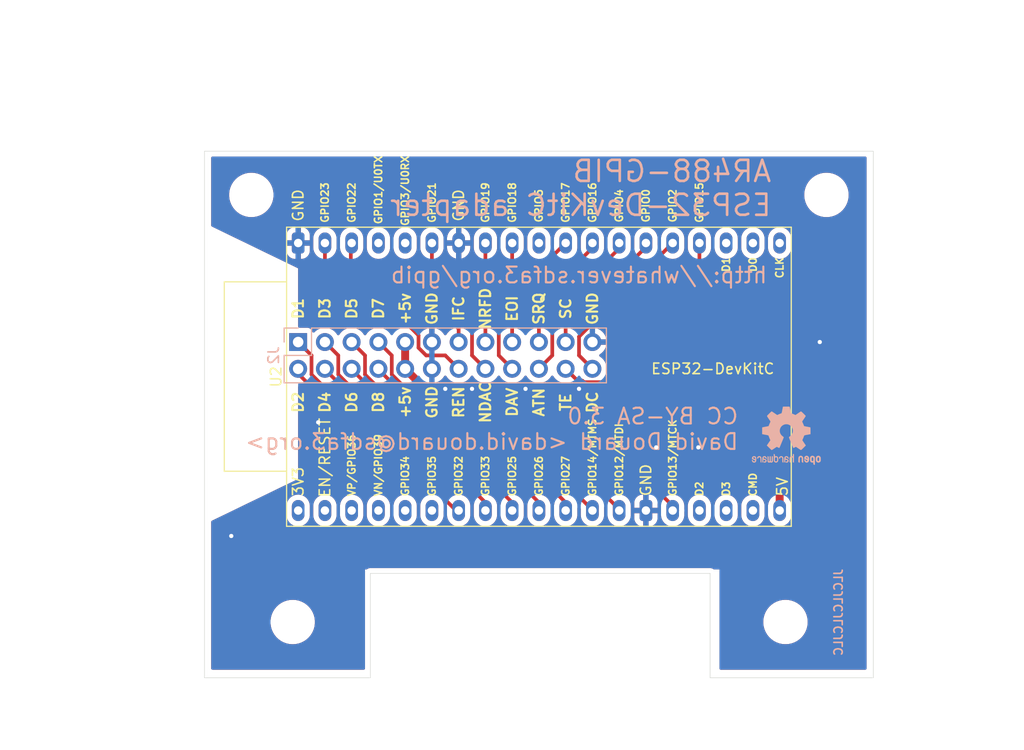
<source format=kicad_pcb>
(kicad_pcb (version 20221018) (generator pcbnew)
  (layers (0 "F.Cu" signal) (31 "B.Cu" signal) (34 "B.Paste" user) (35 "F.Paste" user) (36 "B.SilkS" user "B.Silkscreen") (37 "F.SilkS" user "F.Silkscreen") (38 "B.Mask" user) (39 "F.Mask" user) (44 "Edge.Cuts" user))
  (net 0 "")
  (net 1 "GND")
  (net 2 "+5V")
  (net 3 "DC")
  (net 4 "SC")
  (net 5 "TE")
  (net 6 "SRQ_a")
  (net 7 "D8")
  (net 8 "ATN_a")
  (net 9 "D7")
  (net 10 "EOI_a")
  (net 11 "D6")
  (net 12 "DAV_a")
  (net 13 "D5")
  (net 14 "NRFD_a")
  (net 15 "D4")
  (net 16 "NDAC_a")
  (net 17 "D3")
  (net 18 "IFC_a")
  (net 19 "D2")
  (net 20 "REN_a")
  (net 21 "D1")
  (footprint "MountingHole:MountingHole_3.2mm_M3_ISO7380" (layer "F.Cu") (at 118.164336 108.237955)
    (fp_text reference "REF**" hide)
    (fp_text value "MountingHole_3.2mm_M3_ISO7380")
    (pad "" np_thru_hole circle (at 0 0) (size 3.2 3.2) (drill 3.2) (layers "*.Cu" "*.Mask"))
  )
  (footprint "MountingHole:MountingHole_3.2mm_M3_ISO7380" (layer "F.Cu") (at 67.445 67.685)
    (fp_text reference "REF**" hide)
    (fp_text value "MountingHole_3.2mm_M3_ISO7380")
    (pad "" np_thru_hole circle (at 0 0) (size 3.2 3.2) (drill 3.2) (layers "*.Cu" "*.Mask"))
  )
  (footprint "MountingHole:MountingHole_3.2mm_M3_ISO7380" (layer "F.Cu") (at 122.055 67.685)
    (fp_text reference "REF**" hide)
    (fp_text value "MountingHole_3.2mm_M3_ISO7380")
    (pad "" np_thru_hole circle (at 0 0) (size 3.2 3.2) (drill 3.2) (layers "*.Cu" "*.Mask"))
  )
  (footprint "MountingHole:MountingHole_3.2mm_M3_ISO7380" (layer "F.Cu") (at 71.372767 108.240114)
    (fp_text reference "REF**" hide)
    (fp_text value "MountingHole_3.2mm_M3_ISO7380")
    (pad "" np_thru_hole circle (at 0 0) (size 3.2 3.2) (drill 3.2) (layers "*.Cu" "*.Mask"))
  )
  (footprint "esp32:ESP32-DevKitC" (layer "F.Cu") (at 71.89 97.655 90)
    (fp_text reference "U2" (at 12.70368 -2.09728 90) (layer "F.SilkS"))
    (fp_text value "ESP32-DevKitC" (at 13.46 39.37) (layer "F.SilkS"))
    (fp_text user "GND" (at 30.605 15.24 90 unlocked) (layer "F.SilkS") (effects (justify right)))
    (fp_text user "GPIO26" (at 1.27368 22.86272 90 unlocked) (layer "F.SilkS") (effects (font (size 0.7 0.7)) (justify left)))
    (fp_text user "GND" (at 30.605 0 90 unlocked) (layer "F.SilkS") (effects (justify right)))
    (fp_text user "GPIO18" (at 31.24 20.32 90 unlocked) (layer "F.SilkS") (effects (font (size 0.7 0.7)) (justify right)))
    (fp_text user "D2" (at 1.27368 38.10272 90 unlocked) (layer "F.SilkS") (effects (font (size 0.7 0.7)) (justify left)))
    (fp_text user "GPIO12/MTDI" (at 1.27368 30.48272 90 unlocked) (layer "F.SilkS") (effects (font (size 0.7 0.7)) (justify left)))
    (fp_text user "GPIO16" (at 31.24 27.94 90 unlocked) (layer "F.SilkS") (effects (font (size 0.7 0.7)) (justify right)))
    (fp_text user "CLK" (at 24.13368 45.72272 90 unlocked) (layer "F.SilkS") (effects (font (size 0.7 0.7)) (justify right)))
    (fp_text user "GPIO23" (at 31.24 2.54272 90 unlocked) (layer "F.SilkS") (effects (font (size 0.7 0.7)) (justify right)))
    (fp_text user "VP/GPIO36" (at 1.27368 5.08272 90 unlocked) (layer "F.SilkS") (effects (font (size 0.7 0.7)) (justify left)))
    (fp_text user "GPIO33" (at 1.27368 17.78272 90 unlocked) (layer "F.SilkS") (effects (font (size 0.7 0.7)) (justify left)))
    (fp_text user "GPIO27" (at 1.27368 25.40272 90 unlocked) (layer "F.SilkS") (effects (font (size 0.7 0.7)) (justify left)))
    (fp_text user "GPIO21" (at 31.24 12.70272 90 unlocked) (layer "F.SilkS") (effects (font (size 0.7 0.7)) (justify right)))
    (fp_text user "GPIO5" (at 30.605 22.86 90 unlocked) (layer "F.SilkS") (effects (font (size 0.7 0.7)) (justify right)))
    (fp_text user "GPIO22" (at 31.24 5.08272 90 unlocked) (layer "F.SilkS") (effects (font (size 0.7 0.7)) (justify right)))
    (fp_text user "D3" (at 1.27368 40.64272 90 unlocked) (layer "F.SilkS") (effects (font (size 0.7 0.7)) (justify left)))
    (fp_text user "GPIO14/MTMS" (at 1.27368 27.94272 90 unlocked) (layer "F.SilkS") (effects (font (size 0.7 0.7)) (justify left)))
    (fp_text user "5V" (at 1.27 45.974 90 unlocked) (layer "F.SilkS") (effects (justify left)))
    (fp_text user "GPIO34" (at 1.27368 10.16272 90 unlocked) (layer "F.SilkS") (effects (font (size 0.7 0.7)) (justify left)))
    (fp_text user "VN/GPIO39" (at 1.27368 7.62272 90 unlocked) (layer "F.SilkS") (effects (font (size 0.7 0.7)) (justify left)))
    (fp_text user "GPIO0" (at 30.605 33.02 90 unlocked) (layer "F.SilkS") (effects (font (size 0.7 0.7)) (justify right)))
    (fp_text user "CMD" (at 1.27368 43.18272 90 unlocked) (layer "F.SilkS") (effects (font (size 0.7 0.7)) (justify left)))
    (fp_text user "GPIO3/U0RX" (at 33.78 10.16 90 unlocked) (layer "F.SilkS") (effects (font (size 0.7 0.7)) (justify right)))
    (fp_text user "EN/RESET" (at 8.89 2.54 90 unlocked) (layer "F.SilkS") (effects (justify right)))
    (fp_text user "GPIO17" (at 31.24 25.4 90 unlocked) (layer "F.SilkS") (effects (font (size 0.7 0.7)) (justify right)))
    (fp_text user "GPIO35" (at 1.27368 12.70272 90 unlocked) (layer "F.SilkS") (effects (font (size 0.7 0.7)) (justify left)))
    (fp_text user "GPIO15" (at 31.24 38.1 90 unlocked) (layer "F.SilkS") (effects (font (size 0.7 0.7)) (justify right)))
    (fp_text user "3V3" (at 1.27368 0.00272 90 unlocked) (layer "F.SilkS") (effects (justify left)))
    (fp_text user "GPIO25" (at 1.27368 20.32272 90 unlocked) (layer "F.SilkS") (effects (font (size 0.7 0.7)) (justify left)))
    (fp_text user "D0" (at 24.13368 43.18272 90 unlocked) (layer "F.SilkS") (effects (font (size 0.7 0.7)) (justify right)))
    (fp_text user "GPIO19" (at 31.24 17.78 90 unlocked) (layer "F.SilkS") (effects (font (size 0.7 0.7)) (justify right)))
    (fp_text user "D1" (at 24.13368 40.64272 90 unlocked) (layer "F.SilkS") (effects (font (size 0.7 0.7)) (justify right)))
    (fp_text user "GPIO1/U0TX" (at 33.78 7.62272 90 unlocked) (layer "F.SilkS") (effects (font (size 0.7 0.7)) (justify right)))
    (fp_text user "GND" (at 1.27368 33.02272 90 unlocked) (layer "F.SilkS") (effects (justify left)))
    (fp_text user "GPIO13/MTCK" (at 1.27368 35.56272 90 unlocked) (layer "F.SilkS") (effects (font (size 0.7 0.7)) (justify left)))
    (fp_text user "GPIO4" (at 30.605 30.48 90 unlocked) (layer "F.SilkS") (effects (font (size 0.7 0.7)) (justify right)))
    (fp_text user "GPIO2" (at 30.605 35.56272 90 unlocked) (layer "F.SilkS") (effects (font (size 0.7 0.7)) (justify right)))
    (fp_text user "GPIO32" (at 1.27368 15.24272 90 unlocked) (layer "F.SilkS") (effects (font (size 0.7 0.7)) (justify left)))
    (pad "1" thru_hole oval (at 0.00368 0.00272) (size 1.2 2) (drill 0.8) (layers "*.Cu" "*.Mask"))
    (pad "2" thru_hole oval (at 0.00368 2.54272) (size 1.2 2) (drill 0.8) (layers "*.Cu" "*.Mask"))
    (pad "3" thru_hole oval (at 0.00368 5.08272) (size 1.2 2) (drill 0.8) (layers "*.Cu" "*.Mask"))
    (pad "4" thru_hole oval (at 0.00368 7.62272) (size 1.2 2) (drill 0.8) (layers "*.Cu" "*.Mask"))
    (pad "5" thru_hole oval (at 0.00368 10.16272) (size 1.2 2) (drill 0.8) (layers "*.Cu" "*.Mask"))
    (pad "6" thru_hole oval (at 0.00368 12.70272) (size 1.2 2) (drill 0.8) (layers "*.Cu" "*.Mask"))
    (pad "7" thru_hole oval (at 0.00368 15.24272) (size 1.2 2) (drill 0.8) (layers "*.Cu" "*.Mask") (net 19 "D2"))
    (pad "8" thru_hole oval (at 0.00368 17.78272) (size 1.2 2) (drill 0.8) (layers "*.Cu" "*.Mask") (net 21 "D1"))
    (pad "9" thru_hole oval (at 0.00368 20.32272) (size 1.2 2) (drill 0.8) (layers "*.Cu" "*.Mask") (net 15 "D4"))
    (pad "10" thru_hole oval (at 0.00368 22.86272) (size 1.2 2) (drill 0.8) (layers "*.Cu" "*.Mask") (net 17 "D3"))
    (pad "11" thru_hole oval (at 0.00368 25.40272) (size 1.2 2) (drill 0.8) (layers "*.Cu" "*.Mask") (net 11 "D6"))
    (pad "12" thru_hole oval (at 0.00368 27.94272) (size 1.2 2) (drill 0.8) (layers "*.Cu" "*.Mask") (net 13 "D5"))
    (pad "13" thru_hole oval (at 0.00368 30.48272) (size 1.2 2) (drill 0.8) (layers "*.Cu" "*.Mask") (net 7 "D8"))
    (pad "14" thru_hole roundrect (at 0.00368 33.02272) (size 1.2 2) (drill 0.8) (layers "*.Cu" "*.Mask") (net 1 "GND"))
    (pad "15" thru_hole oval (at 0.00368 35.56272) (size 1.2 2) (drill 0.8) (layers "*.Cu" "*.Mask") (net 9 "D7"))
    (pad "16" thru_hole oval (at 0.00368 38.10272) (size 1.2 2) (drill 0.8) (layers "*.Cu" "*.Mask"))
    (pad "17" thru_hole oval (at 0.00368 40.64272) (size 1.2 2) (drill 0.8) (layers "*.Cu" "*.Mask"))
    (pad "18" thru_hole oval (at 0.00368 43.18272) (size 1.2 2) (drill 0.8) (layers "*.Cu" "*.Mask"))
    (pad "19" thru_hole oval (at 0.00368 45.72272) (size 1.2 2) (drill 0.8) (layers "*.Cu" "*.Mask") (net 2 "+5V"))
    (pad "20" thru_hole oval (at 25.4 45.72) (size 1.2 2) (drill 0.8) (layers "*.Cu" "*.Mask"))
    (pad "21" thru_hole oval (at 25.4 43.18) (size 1.2 2) (drill 0.8) (layers "*.Cu" "*.Mask"))
    (pad "22" thru_hole oval (at 25.40368 40.64272) (size 1.2 2) (drill 0.8) (layers "*.Cu" "*.Mask"))
    (pad "23" thru_hole oval (at 25.40368 38.10272) (size 1.2 2) (drill 0.8) (layers "*.Cu" "*.Mask") (net 5 "TE"))
    (pad "24" thru_hole oval (at 25.40368 35.56272) (size 1.2 2) (drill 0.8) (layers "*.Cu" "*.Mask") (net 3 "DC"))
    (pad "25" thru_hole oval (at 25.40368 33.02272) (size 1.2 2) (drill 0.8) (layers "*.Cu" "*.Mask") (net 4 "SC"))
    (pad "26" thru_hole oval (at 25.40368 30.48272) (size 1.2 2) (drill 0.8) (layers "*.Cu" "*.Mask") (net 8 "ATN_a"))
    (pad "27" thru_hole oval (at 25.40368 27.94272) (size 1.2 2) (drill 0.8) (layers "*.Cu" "*.Mask") (net 6 "SRQ_a"))
    (pad "28" thru_hole oval (at 25.40368 25.40272) (size 1.2 2) (drill 0.8) (layers "*.Cu" "*.Mask") (net 10 "EOI_a"))
    (pad "29" thru_hole oval (at 25.40368 22.86272) (size 1.2 2) (drill 0.8) (layers "*.Cu" "*.Mask"))
    (pad "30" thru_hole oval (at 25.40368 20.32272) (size 1.2 2) (drill 0.8) (layers "*.Cu" "*.Mask") (net 12 "DAV_a"))
    (pad "31" thru_hole oval (at 25.40368 17.78272) (size 1.2 2) (drill 0.8) (layers "*.Cu" "*.Mask") (net 14 "NRFD_a"))
    (pad "32" thru_hole oval (at 25.40368 15.24272) (size 1.2 2) (drill 0.8) (layers "*.Cu" "*.Mask") (net 1 "GND"))
    (pad "33" thru_hole oval (at 25.40368 12.70272) (size 1.2 2) (drill 0.8) (layers "*.Cu" "*.Mask") (net 16 "NDAC_a"))
    (pad "34" thru_hole oval (at 25.40368 10.16272) (size 1.2 2) (drill 0.8) (layers "*.Cu" "*.Mask"))
    (pad "35" thru_hole oval (at 25.40368 7.62272) (size 1.2 2) (drill 0.8) (layers "*.Cu" "*.Mask"))
    (pad "36" thru_hole oval (at 25.40368 5.08272) (size 1.2 2) (drill 0.8) (layers "*.Cu" "*.Mask") (net 18 "IFC_a"))
    (pad "37" thru_hole oval (at 25.40368 2.54272) (size 1.2 2) (drill 0.8) (layers "*.Cu" "*.Mask") (net 20 "REN_a"))
    (pad "38" thru_hole roundrect (at 25.40368 0.00272) (size 1.2 2) (drill 0.8) (layers "*.Cu" "*.Mask") (net 1 "GND"))
  )
  (footprint "Connector_PinHeader_2.54mm:PinHeader_2x12_P2.54mm_Vertical" (layer "B.Cu") (at 71.89 81.655 -90)
    (fp_text reference "J2" (at 1.27 2.33 -90) (layer "B.SilkS") (effects (justify mirror)))
    (fp_text value "Conn_02x12_Odd_Even")
    (pad "1" thru_hole rect (at 0 0 270) (size 1.7 1.7) (drill 1) (layers "*.Cu" "*.Mask") (net 21 "D1"))
    (pad "2" thru_hole oval (at 2.54 0 270) (size 1.7 1.7) (drill 1) (layers "*.Cu" "*.Mask") (net 19 "D2"))
    (pad "3" thru_hole oval (at 0 -2.54 270) (size 1.7 1.7) (drill 1) (layers "*.Cu" "*.Mask") (net 17 "D3"))
    (pad "4" thru_hole oval (at 2.54 -2.54 270) (size 1.7 1.7) (drill 1) (layers "*.Cu" "*.Mask") (net 15 "D4"))
    (pad "5" thru_hole oval (at 0 -5.08 270) (size 1.7 1.7) (drill 1) (layers "*.Cu" "*.Mask") (net 13 "D5"))
    (pad "6" thru_hole oval (at 2.54 -5.08 270) (size 1.7 1.7) (drill 1) (layers "*.Cu" "*.Mask") (net 11 "D6"))
    (pad "7" thru_hole oval (at 0 -7.62 270) (size 1.7 1.7) (drill 1) (layers "*.Cu" "*.Mask") (net 9 "D7"))
    (pad "8" thru_hole oval (at 2.54 -7.62 270) (size 1.7 1.7) (drill 1) (layers "*.Cu" "*.Mask") (net 7 "D8"))
    (pad "9" thru_hole oval (at 0 -10.16 270) (size 1.7 1.7) (drill 1) (layers "*.Cu" "*.Mask") (net 2 "+5V"))
    (pad "10" thru_hole oval (at 2.54 -10.16 270) (size 1.7 1.7) (drill 1) (layers "*.Cu" "*.Mask") (net 2 "+5V"))
    (pad "11" thru_hole oval (at 0 -12.7 270) (size 1.7 1.7) (drill 1) (layers "*.Cu" "*.Mask") (net 1 "GND"))
    (pad "12" thru_hole oval (at 2.54 -12.7 270) (size 1.7 1.7) (drill 1) (layers "*.Cu" "*.Mask") (net 1 "GND"))
    (pad "13" thru_hole oval (at 0 -15.24 270) (size 1.7 1.7) (drill 1) (layers "*.Cu" "*.Mask") (net 18 "IFC_a"))
    (pad "14" thru_hole oval (at 2.54 -15.24 270) (size 1.7 1.7) (drill 1) (layers "*.Cu" "*.Mask") (net 20 "REN_a"))
    (pad "15" thru_hole oval (at 0 -17.78 270) (size 1.7 1.7) (drill 1) (layers "*.Cu" "*.Mask") (net 14 "NRFD_a"))
    (pad "16" thru_hole oval (at 2.54 -17.78 270) (size 1.7 1.7) (drill 1) (layers "*.Cu" "*.Mask") (net 16 "NDAC_a"))
    (pad "17" thru_hole oval (at 0 -20.32 270) (size 1.7 1.7) (drill 1) (layers "*.Cu" "*.Mask") (net 10 "EOI_a"))
    (pad "18" thru_hole oval (at 2.54 -20.32 270) (size 1.7 1.7) (drill 1) (layers "*.Cu" "*.Mask") (net 12 "DAV_a"))
    (pad "19" thru_hole oval (at 0 -22.86 270) (size 1.7 1.7) (drill 1) (layers "*.Cu" "*.Mask") (net 6 "SRQ_a"))
    (pad "20" thru_hole oval (at 2.54 -22.86 270) (size 1.7 1.7) (drill 1) (layers "*.Cu" "*.Mask") (net 8 "ATN_a"))
    (pad "21" thru_hole oval (at 0 -25.4 270) (size 1.7 1.7) (drill 1) (layers "*.Cu" "*.Mask") (net 4 "SC"))
    (pad "22" thru_hole oval (at 2.54 -25.4 270) (size 1.7 1.7) (drill 1) (layers "*.Cu" "*.Mask") (net 5 "TE"))
    (pad "23" thru_hole oval (at 0 -27.94 270) (size 1.7 1.7) (drill 1) (layers "*.Cu" "*.Mask") (net 1 "GND"))
    (pad "24" thru_hole oval (at 2.54 -27.94 270) (size 1.7 1.7) (drill 1) (layers "*.Cu" "*.Mask") (net 3 "DC"))
  )
  (footprint "Symbol:OSHW-Logo2_7.3x6mm_SilkScreen" (layer "B.Cu") (at 118.245 90.545 180)
    (fp_text reference "REF**" hide)
    (fp_text value "OSHW-Logo2_7.3x6mm_SilkScreen" hide)
  )
  (footprint "JLCPCB_tools:Order_Label" (layer "B.Cu") (at 123.19 107.315 90)
    (fp_text reference "REF**")
    (fp_text value "Order_Label")
    (fp_text user "JLCJLCJLCJLC" (at 0 0 90) (layer "B.SilkS") (effects (font (size 0.8 0.8)) (justify mirror)))
  )
  (gr_line (start 78.748 113.532) (end 78.748 103.626) (stroke (width 0.05)) (layer "Edge.Cuts"))
  (gr_line (start 78.748 113.532) (end 63 113.532) (stroke (width 0.05)) (layer "Edge.Cuts"))
  (gr_line (start 126.5 63.532) (end 126.5 113.532) (stroke (width 0.05)) (layer "Edge.Cuts"))
  (gr_line (start 63 113.532) (end 63 63.532) (stroke (width 0.05)) (layer "Edge.Cuts"))
  (gr_line (start 126.5 113.532) (end 111.006 113.532) (stroke (width 0.05)) (layer "Edge.Cuts"))
  (gr_line (start 63 63.532) (end 126.5 63.532) (stroke (width 0.05)) (layer "Edge.Cuts"))
  (gr_line (start 78.748 103.626) (end 111.006 103.626) (stroke (width 0.05)) (layer "Edge.Cuts"))
  (gr_line (start 111.006 103.626) (end 111.006 113.532) (stroke (width 0.05)) (layer "Edge.Cuts"))
  (gr_text "http://whatever.sdfa3.org/gpib" (at 98.56 75.305) (layer "B.SilkS") (effects (font (size 1.5 1.5) (thickness 0.2)) (justify mirror)))
  (gr_text "AR488-GPIB\nESP32-DevKitC adapter" (at 116.975 67.05) (layer "B.SilkS") (effects (font (size 2 2) (thickness 0.25)) (justify left mirror)))
  (gr_text "CC BY-SA 3.0\nDavid Douard <david.douard@sdfa3.org>" (at 113.8 89.91) (layer "B.SilkS") (effects (font (size 1.5 1.5) (thickness 0.2)) (justify left mirror)))
  (gr_text "D4" (at 74.43 87.37 90) (layer "F.SilkS") (effects (font (size 1 1) (thickness 0.2))))
  (gr_text "D6" (at 76.97 87.37 90) (layer "F.SilkS") (effects (font (size 1 1) (thickness 0.2))))
  (gr_text "D8" (at 79.51 87.37 90) (layer "F.SilkS") (effects (font (size 1 1) (thickness 0.2))))
  (gr_text "+5v" (at 82.05 87.37 90) (layer "F.SilkS") (effects (font (size 1 1) (thickness 0.2))))
  (gr_text "GND" (at 84.59 87.37 90) (layer "F.SilkS") (effects (font (size 1 1) (thickness 0.2))))
  (gr_text "REN" (at 87.13 87.37 90) (layer "F.SilkS") (effects (font (size 1 1) (thickness 0.2))))
  (gr_text "NDAC" (at 89.67 87.37 90) (layer "F.SilkS") (effects (font (size 1 1) (thickness 0.2))))
  (gr_text "DAV" (at 92.21 87.37 90) (layer "F.SilkS") (effects (font (size 1 1) (thickness 0.2))))
  (gr_text "ATN" (at 94.75 87.37 90) (layer "F.SilkS") (effects (font (size 1 1) (thickness 0.2))))
  (gr_text "TE" (at 97.29 87.37 90) (layer "F.SilkS") (effects (font (size 1 1) (thickness 0.2))))
  (gr_text "DC" (at 99.83 87.37 90) (layer "F.SilkS") (effects (font (size 1 1) (thickness 0.2))))
  (gr_text "D1" (at 71.89 78.48 90) (layer "F.SilkS") (effects (font (size 1 1) (thickness 0.2))))
  (gr_text "D3" (at 74.43 78.48 90) (layer "F.SilkS") (effects (font (size 1 1) (thickness 0.2))))
  (gr_text "D5" (at 76.97 78.48 90) (layer "F.SilkS") (effects (font (size 1 1) (thickness 0.2))))
  (gr_text "D7" (at 79.51 78.48 90) (layer "F.SilkS") (effects (font (size 1 1) (thickness 0.2))))
  (gr_text "+5v" (at 82.05 78.48 90) (layer "F.SilkS") (effects (font (size 1 1) (thickness 0.2))))
  (gr_text "GND" (at 84.59 78.48 90) (layer "F.SilkS") (effects (font (size 1 1) (thickness 0.2))))
  (gr_text "IFC" (at 87.13 78.48 90) (layer "F.SilkS") (effects (font (size 1 1) (thickness 0.2))))
  (gr_text "NRFD" (at 89.67 78.48 90) (layer "F.SilkS") (effects (font (size 1 1) (thickness 0.2))))
  (gr_text "EOI" (at 92.21 78.48 90) (layer "F.SilkS") (effects (font (size 1 1) (thickness 0.2))))
  (gr_text "SRQ" (at 94.75 78.48 90) (layer "F.SilkS") (effects (font (size 1 1) (thickness 0.2))))
  (gr_text "SC" (at 97.29 78.48 90) (layer "F.SilkS") (effects (font (size 1 1) (thickness 0.2))))
  (gr_text "GND" (at 99.83 78.48 90) (layer "F.SilkS") (effects (font (size 1 1) (thickness 0.2))))
  (gr_text "D2" (at 71.89 87.37 90) (layer "F.SilkS") (effects (font (size 1 1) (thickness 0.2))))
  (via (at 121.42 81.655) (size 0.8) (drill 0.4) (layers "F.Cu" "B.Cu") (net 1))
  (via (at 105.89 91.655) (size 0.8) (drill 0.4) (layers "F.Cu" "B.Cu") (net 1))
  (via (at 65.54 100.07) (size 0.8) (drill 0.4) (layers "F.Cu" "B.Cu") (net 1))
  (via (at 88.4 86.1) (size 0.8) (drill 0.4) (layers "F.Cu" "B.Cu") (net 1))
  (via (at 73.795 89.275) (size 0.8) (drill 0.4) (layers "F.Cu" "B.Cu") (net 1))
  (via (at 93.48 86.1) (size 0.8) (drill 0.4) (layers "F.Cu" "B.Cu") (net 1))
  (via (at 98.56 86.1) (size 0.8) (drill 0.4) (layers "F.Cu" "B.Cu") (net 1))
  (via (at 109.89 91.655) (size 0.8) (drill 0.4) (layers "F.Cu" "B.Cu") (net 1))
  (via (at 85.86 86.1) (size 0.8) (drill 0.4) (layers "F.Cu" "B.Cu") (net 1))
  (segment (start 82.05 81.655) (end 82.05 84.195) (width 0.75) (layer "F.Cu") (net 2))
  (segment (start 117.61 94.375) (end 117.61 97.655) (width 0.75) (layer "F.Cu") (net 2))
  (segment (start 110.89 87.655) (end 117.61 94.375) (width 0.75) (layer "F.Cu") (net 2))
  (segment (start 85.51 87.655) (end 110.89 87.655) (width 0.75) (layer "F.Cu") (net 2))
  (segment (start 82.05 84.195) (end 85.51 87.655) (width 0.75) (layer "F.Cu") (net 2))
  (segment (start 107.45272 72.25132) (end 107.45272 72.25228) (width 0.35) (layer "F.Cu") (net 3))
  (segment (start 98.56 81.145) (end 98.56 82.925) (width 0.35) (layer "F.Cu") (net 3))
  (segment (start 107.45272 72.25228) (end 98.56 81.145) (width 0.35) (layer "F.Cu") (net 3))
  (segment (start 98.56 82.925) (end 99.83 84.195) (width 0.35) (layer "F.Cu") (net 3))
  (segment (start 107.45 72.765) (end 107.45 72.13) (width 0.35) (layer "F.Cu") (net 3))
  (segment (start 97.29 80.255) (end 104.89 72.655) (width 0.35) (layer "F.Cu") (net 4))
  (segment (start 97.29 81.655) (end 97.29 80.255) (width 0.35) (layer "F.Cu") (net 4))
  (segment (start 102.37 84.195) (end 101.1 85.465) (width 0.35) (layer "F.Cu") (net 5))
  (segment (start 99.020325 85.465) (end 98.880814 85.325489) (width 0.35) (layer "F.Cu") (net 5))
  (segment (start 98.420489 85.325489) (end 97.29 84.195) (width 0.35) (layer "F.Cu") (net 5))
  (segment (start 98.880814 85.325489) (end 98.420489 85.325489) (width 0.35) (layer "F.Cu") (net 5))
  (segment (start 109.99272 72.25132) (end 109.99272 74.03228) (width 0.35) (layer "F.Cu") (net 5))
  (segment (start 101.1 85.465) (end 99.020325 85.465) (width 0.35) (layer "F.Cu") (net 5))
  (segment (start 109.99272 74.03228) (end 102.37 81.655) (width 0.35) (layer "F.Cu") (net 5))
  (segment (start 102.37 81.655) (end 102.37 84.195) (width 0.35) (layer "F.Cu") (net 5))
  (segment (start 94.75 77.795) (end 99.89 72.655) (width 0.35) (layer "F.Cu") (net 6))
  (segment (start 94.75 81.655) (end 94.75 77.795) (width 0.35) (layer "F.Cu") (net 6))
  (segment (start 79.51 84.195) (end 79.51 84.245835) (width 0.35) (layer "F.Cu") (net 7))
  (segment (start 79.51 84.245835) (end 84.919165 89.655) (width 0.35) (layer "F.Cu") (net 7))
  (segment (start 84.919165 89.655) (end 94.495 89.655) (width 0.35) (layer "F.Cu") (net 7))
  (segment (start 102.37 97.53) (end 102.37 97.655) (width 0.35) (layer "F.Cu") (net 7))
  (segment (start 94.495 89.655) (end 102.37 97.53) (width 0.35) (layer "F.Cu") (net 7))
  (segment (start 96.02 82.925) (end 96.02 79.115) (width 0.35) (layer "F.Cu") (net 8))
  (segment (start 102.37 72.765) (end 102.37 72.13) (width 0.35) (layer "F.Cu") (net 8))
  (segment (start 94.75 84.195) (end 96.02 82.925) (width 0.35) (layer "F.Cu") (net 8))
  (segment (start 96.02 79.115) (end 102.37 72.765) (width 0.35) (layer "F.Cu") (net 8))
  (segment (start 98.89 88.655) (end 107.89 97.655) (width 0.35) (layer "F.Cu") (net 9))
  (segment (start 80.78 82.925) (end 80.78 84.738002) (width 0.35) (layer "F.Cu") (net 9))
  (segment (start 80.78 84.738002) (end 84.696998 88.655) (width 0.35) (layer "F.Cu") (net 9))
  (segment (start 79.51 81.655) (end 80.78 82.925) (width 0.35) (layer "F.Cu") (net 9))
  (segment (start 84.696998 88.655) (end 98.89 88.655) (width 0.35) (layer "F.Cu") (net 9))
  (segment (start 92.21 77.335) (end 96.89 72.655) (width 0.35) (layer "F.Cu") (net 10))
  (segment (start 92.21 81.655) (end 92.21 77.335) (width 0.35) (layer "F.Cu") (net 10))
  (segment (start 97.29 96.895) (end 97.29 97.655) (width 0.35) (layer "F.Cu") (net 11))
  (segment (start 92.05 91.655) (end 97.29 96.895) (width 0.35) (layer "F.Cu") (net 11))
  (segment (start 76.97 84.195) (end 76.97 84.245835) (width 0.35) (layer "F.Cu") (net 11))
  (segment (start 76.97 84.245835) (end 84.379165 91.655) (width 0.35) (layer "F.Cu") (net 11))
  (segment (start 84.379165 91.655) (end 92.05 91.655) (width 0.35) (layer "F.Cu") (net 11))
  (segment (start 92.21 75.94) (end 92.21 72.975) (width 0.35) (layer "F.Cu") (net 12))
  (segment (start 92.21 72.975) (end 91.89 72.655) (width 0.35) (layer "F.Cu") (net 12))
  (segment (start 92.21 84.195) (end 90.94 82.925) (width 0.35) (layer "F.Cu") (net 12))
  (segment (start 90.94 77.21) (end 92.21 75.94) (width 0.35) (layer "F.Cu") (net 12))
  (segment (start 90.94 82.925) (end 90.94 77.21) (width 0.35) (layer "F.Cu") (net 12))
  (segment (start 78.24 84.738002) (end 84.156998 90.655) (width 0.35) (layer "F.Cu") (net 13))
  (segment (start 76.97 81.655) (end 78.24 82.925) (width 0.35) (layer "F.Cu") (net 13))
  (segment (start 78.24 82.925) (end 78.24 84.738002) (width 0.35) (layer "F.Cu") (net 13))
  (segment (start 84.156998 90.655) (end 92.89 90.655) (width 0.35) (layer "F.Cu") (net 13))
  (segment (start 92.89 90.655) (end 99.89 97.655) (width 0.35) (layer "F.Cu") (net 13))
  (segment (start 89.67 81.655) (end 89.67 72.875) (width 0.35) (layer "F.Cu") (net 14))
  (segment (start 89.67 72.875) (end 89.89 72.655) (width 0.35) (layer "F.Cu") (net 14))
  (segment (start 74.43 84.195) (end 74.43 84.245835) (width 0.35) (layer "F.Cu") (net 15))
  (segment (start 88.97 93.655) (end 92.21 96.895) (width 0.35) (layer "F.Cu") (net 15))
  (segment (start 92.21 96.895) (end 92.21 97.655) (width 0.35) (layer "F.Cu") (net 15))
  (segment (start 83.839165 93.655) (end 88.97 93.655) (width 0.35) (layer "F.Cu") (net 15))
  (segment (start 74.43 84.245835) (end 83.839165 93.655) (width 0.35) (layer "F.Cu") (net 15))
  (segment (start 84.59 72.955) (end 84.89 72.655) (width 0.35) (layer "F.Cu") (net 16))
  (segment (start 88.4 82.925) (end 88.4 78.53625) (width 0.35) (layer "F.Cu") (net 16))
  (segment (start 88.4 78.53625) (end 84.59 74.72625) (width 0.35) (layer "F.Cu") (net 16))
  (segment (start 89.67 84.195) (end 88.4 82.925) (width 0.35) (layer "F.Cu") (net 16))
  (segment (start 84.59 74.72625) (end 84.59 72.955) (width 0.35) (layer "F.Cu") (net 16))
  (segment (start 74.43 81.655) (end 75.7 82.925) (width 0.35) (layer "F.Cu") (net 17))
  (segment (start 76.93201 85.970012) (end 77.560678 85.970012) (width 0.35) (layer "F.Cu") (net 17))
  (segment (start 84.245666 92.655) (end 90.5175 92.655) (width 0.35) (layer "F.Cu") (net 17))
  (segment (start 75.7 82.925) (end 75.7 84.738002) (width 0.35) (layer "F.Cu") (net 17))
  (segment (start 94.89 97.0275) (end 94.89 97.655) (width 0.35) (layer "F.Cu") (net 17))
  (segment (start 75.7 84.738002) (end 76.93201 85.970012) (width 0.35) (layer "F.Cu") (net 17))
  (segment (start 77.560678 85.970012) (end 84.245666 92.655) (width 0.35) (layer "F.Cu") (net 17))
  (segment (start 90.5175 92.655) (end 94.89 97.0275) (width 0.35) (layer "F.Cu") (net 17))
  (segment (start 85.225 78.48) (end 80.145 78.48) (width 0.35) (layer "F.Cu") (net 18))
  (segment (start 80.145 78.48) (end 76.89 75.225) (width 0.35) (layer "F.Cu") (net 18))
  (segment (start 87.13 81.655) (end 87.13 80.385) (width 0.35) (layer "F.Cu") (net 18))
  (segment (start 76.89 75.225) (end 76.89 72.655) (width 0.35) (layer "F.Cu") (net 18))
  (segment (start 87.13 80.385) (end 85.225 78.48) (width 0.35) (layer "F.Cu") (net 18))
  (segment (start 71.89 84.195) (end 71.89 84.655) (width 0.35) (layer "F.Cu") (net 19))
  (segment (start 82.89 95.655) (end 84.89 95.655) (width 0.35) (layer "F.Cu") (net 19))
  (segment (start 71.89 84.655) (end 82.89 95.655) (width 0.35) (layer "F.Cu") (net 19))
  (segment (start 84.89 95.655) (end 86.89 97.655) (width 0.35) (layer "F.Cu") (net 19))
  (segment (start 85.86 82.925) (end 84.046998 82.925) (width 0.35) (layer "F.Cu") (net 20))
  (segment (start 87.13 84.195) (end 85.86 82.925) (width 0.35) (layer "F.Cu") (net 20))
  (segment (start 74.43272 74.69772) (end 74.43272 72.25132) (width 0.35) (layer "F.Cu") (net 20))
  (segment (start 84.046998 82.925) (end 83.32 82.198002) (width 0.35) (layer "F.Cu") (net 20))
  (segment (start 83.32 82.198002) (end 83.32 81.02) (width 0.35) (layer "F.Cu") (net 20))
  (segment (start 79.485 79.75) (end 74.43272 74.69772) (width 0.35) (layer "F.Cu") (net 20))
  (segment (start 82.05 79.75) (end 79.485 79.75) (width 0.35) (layer "F.Cu") (net 20))
  (segment (start 83.32 81.02) (end 82.05 79.75) (width 0.35) (layer "F.Cu") (net 20))
  (segment (start 73.16 84.738002) (end 83.076998 94.655) (width 0.35) (layer "F.Cu") (net 21))
  (segment (start 83.076998 94.655) (end 87.43 94.655) (width 0.35) (layer "F.Cu") (net 21))
  (segment (start 71.89 81.655) (end 73.16 82.925) (width 0.35) (layer "F.Cu") (net 21))
  (segment (start 87.43 94.655) (end 89.67 96.895) (width 0.35) (layer "F.Cu") (net 21))
  (segment (start 89.67 96.895) (end 89.67 97.655) (width 0.35) (layer "F.Cu") (net 21))
  (segment (start 73.16 82.925) (end 73.16 84.738002) (width 0.35) (layer "F.Cu") (net 21))
  (zone (net 1) (net_name "GND") (layer "F.Cu") (connect_pads (clearance 0.508)) (min_thickness 0.254) (fill yes (thermal_gap 0.508) (thermal_bridge_width 0.508))
    (polygon (pts (xy 125.865 112.77) (xy 111.895 112.77) (xy 111.895 103.245) (xy 78.24 103.245) (xy 78.24 112.77) (xy 63.635 112.77) (xy 63.635 98.655) (xy 71.89 94.655) (xy 71.89 74.655) (xy 63.635 70.655) (xy 63.635 64.002) (xy 125.865 64.002)))
  )
  (zone (net 1) (net_name "GND") (layer "B.Cu") (connect_pads (clearance 0.508)) (min_thickness 0.254) (fill yes (thermal_gap 0.508) (thermal_bridge_width 0.508))
    (polygon (pts (xy 125.865 112.77) (xy 111.895 112.77) (xy 111.895 103.245) (xy 78.24 103.245) (xy 78.24 112.77) (xy 63.635 112.77) (xy 63.635 98.655) (xy 71.89 94.655) (xy 71.89 74.655) (xy 63.635 70.655) (xy 63.635 64.002) (xy 125.865 64.002)))
  )
)
</source>
